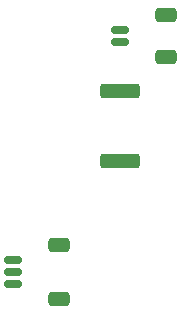
<source format=gtp>
G04 #@! TF.GenerationSoftware,KiCad,Pcbnew,7.0.9*
G04 #@! TF.CreationDate,2024-02-22T22:19:44+08:00*
G04 #@! TF.ProjectId,layer2,6c617965-7232-42e6-9b69-6361645f7063,rev?*
G04 #@! TF.SameCoordinates,Original*
G04 #@! TF.FileFunction,Paste,Top*
G04 #@! TF.FilePolarity,Positive*
%FSLAX46Y46*%
G04 Gerber Fmt 4.6, Leading zero omitted, Abs format (unit mm)*
G04 Created by KiCad (PCBNEW 7.0.9) date 2024-02-22 22:19:44*
%MOMM*%
%LPD*%
G01*
G04 APERTURE LIST*
G04 Aperture macros list*
%AMRoundRect*
0 Rectangle with rounded corners*
0 $1 Rounding radius*
0 $2 $3 $4 $5 $6 $7 $8 $9 X,Y pos of 4 corners*
0 Add a 4 corners polygon primitive as box body*
4,1,4,$2,$3,$4,$5,$6,$7,$8,$9,$2,$3,0*
0 Add four circle primitives for the rounded corners*
1,1,$1+$1,$2,$3*
1,1,$1+$1,$4,$5*
1,1,$1+$1,$6,$7*
1,1,$1+$1,$8,$9*
0 Add four rect primitives between the rounded corners*
20,1,$1+$1,$2,$3,$4,$5,0*
20,1,$1+$1,$4,$5,$6,$7,0*
20,1,$1+$1,$6,$7,$8,$9,0*
20,1,$1+$1,$8,$9,$2,$3,0*%
G04 Aperture macros list end*
%ADD10RoundRect,0.150000X0.625000X-0.150000X0.625000X0.150000X-0.625000X0.150000X-0.625000X-0.150000X0*%
%ADD11RoundRect,0.250000X0.650000X-0.350000X0.650000X0.350000X-0.650000X0.350000X-0.650000X-0.350000X0*%
%ADD12RoundRect,0.250000X-1.425000X0.362500X-1.425000X-0.362500X1.425000X-0.362500X1.425000X0.362500X0*%
G04 APERTURE END LIST*
D10*
X107000000Y-165500000D03*
X107000000Y-164500000D03*
D11*
X110875000Y-166800000D03*
X110875000Y-163200000D03*
D12*
X107000000Y-169675000D03*
X107000000Y-175600000D03*
D10*
X98000000Y-186000000D03*
X98000000Y-185000000D03*
X98000000Y-184000000D03*
D11*
X101875000Y-187300000D03*
X101875000Y-182700000D03*
M02*

</source>
